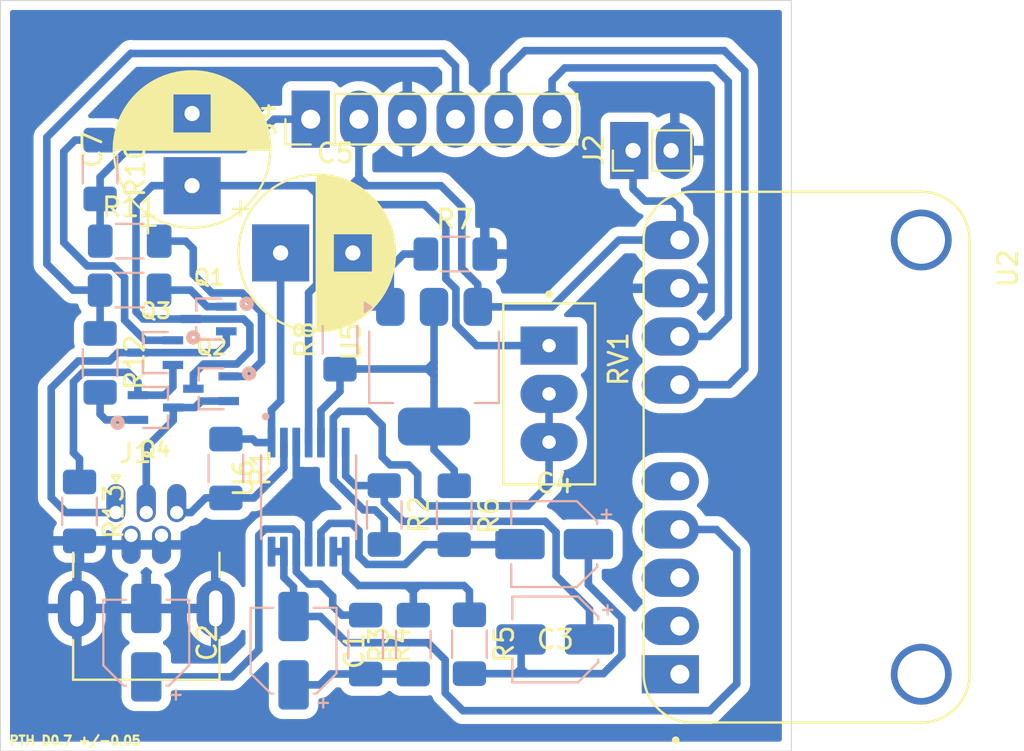
<source format=kicad_pcb>
(kicad_pcb (version 20240108) (generator "pcbnew") (generator_version "8.0")
  (layers (0 "F.Cu" signal) (31 "B.Cu" signal) (34 "B.Paste" user) (35 "F.Paste" user) (36 "B.SilkS" user "B.Silkscreen") (37 "F.SilkS" user "F.Silkscreen") (38 "B.Mask" user) (39 "F.Mask" user) (44 "Edge.Cuts" user))
  (net 0 "")
  (net 1 "/4IN-")
  (net 2 "Net-(C1-Pad1)")
  (net 3 "/4IN+")
  (net 4 "GND")
  (net 5 "Net-(C3-Pad2)")
  (net 6 "/2OUT")
  (net 7 "/3IN+")
  (net 8 "Net-(C5-Pad2)")
  (net 9 "/1OUT")
  (net 10 "/VCC")
  (net 11 "/USB3")
  (net 12 "/1IN-")
  (net 13 "/USB2")
  (net 14 "/2IN-")
  (net 15 "/3IN-")
  (net 16 "/2IN+")
  (net 17 "Net-(U5-ADJ)")
  (net 18 "Net-(Q1-B)")
  (net 19 "Net-(Q3-B)")
  (net 20 "Net-(Q2-B)")
  (net 21 "Net-(Q4-B)")
  (net 22 "Net-(Q3-E)")
  (net 23 "/SDA")
  (net 24 "/SCL")
  (net 29 "/Pin2")
  (net 30 "/Pin1")
  (footprint "Capacitor_THT:CP_Radial_D8.0mm_P3.80mm" (layer "F.Cu") (at 104.408674 82.67)
    (property "Reference" "C5" (at 2.875 -5.25 0) (layer "F.SilkS"))
    (property "Value" "1000u")
    (pad "1" thru_hole rect (at 0 0) (size 3 3) (drill 0.8) (layers "*.Cu" "*.Mask") (net 9 "/1OUT"))
    (pad "2" thru_hole circle (at 3.8 0) (size 3 3) (drill 0.8) (layers "*.Cu" "*.Mask") (net 8 "Net-(C5-Pad2)"))
  )
  (footprint "Capacitor_THT:CP_Radial_D8.0mm_P3.80mm" (layer "F.Cu") (at 99.75 79.13 90)
    (property "Reference" "C7" (at 1.9 -5.25 90) (layer "F.SilkS"))
    (property "Value" "1000u")
    (pad "1" thru_hole rect (at 0 0 90) (size 3 3) (drill 0.8) (layers "*.Cu" "*.Mask") (net 10 "/VCC"))
    (pad "2" thru_hole circle (at 3.8 0 90) (size 3 3) (drill 0.8) (layers "*.Cu" "*.Mask") (net 4 "GND"))
  )
  (footprint "Footprints:TRIM_3296W-1-103" (layer "F.Cu") (at 118.531325 90.09 -90)
    (property "Reference" "RV1" (at -1.83284 -3.65058 90) (layer "F.SilkS") (effects (font (size 1.004283 1.004283))))
    (property "Value" "1k")
    (pad "1" thru_hole rect (at -2.54 0 270) (size 2 3) (drill 0.71) (layers "*.Cu" "*.Mask") (net 8 "Net-(C5-Pad2)"))
    (pad "2" thru_hole oval (at 0 0 270) (size 2 3) (drill 0.71) (layers "*.Cu" "*.Mask") (net 14 "/2IN-"))
    (pad "3" thru_hole oval (at 2.54 0 270) (size 2 3) (drill 0.71) (layers "*.Cu" "*.Mask") (net 14 "/2IN-"))
  )
  (footprint "Footprints:miniUSB-B-20" (layer "F.Cu") (at 97.341325 96.33925)
    (property "Reference" "J1" (at -0.575 -3.135 0) (layer "F.SilkS"))
    (property "Value" "USB_B_Mini")
    (fp_text user "PTH D0.7 +/-0.05" (at -3.75 12 0) (layer "F.SilkS") (effects (font (size 0.472441 0.472441))))
    (pad "1" thru_hole oval (at 1.6 0) (size 1 2) (drill 0.7 (offset 0 -0.5)) (layers "*.Cu" "*.Mask") (net 12 "/1IN-"))
    (pad "2" thru_hole oval (at -1.6 0) (size 1 2) (drill 0.7 (offset 0 -0.5)) (layers "*.Cu" "*.Mask") (net 11 "/USB3"))
    (pad "2" thru_hole oval (at 0 0) (size 1 2) (drill 0.7 (offset 0 -0.5)) (layers "*.Cu" "*.Mask") (net 11 "/USB3"))
    (pad "4" thru_hole oval (at -0.8 1.2) (size 1 2) (drill 0.7 (offset 0 0.5)) (layers "*.Cu" "*.Mask") (net 4 "GND"))
    (pad "5" thru_hole oval (at 0.8 1.2) (size 1 2) (drill 0.7 (offset 0 0.5)) (layers "*.Cu" "*.Mask") (net 4 "GND"))
    (pad "6" thru_hole oval (at -3.65 5.05) (size 2 3) (drill oval 0.7 1.9) (layers "*.Cu") (net 4 "GND"))
    (pad "6" thru_hole oval (at 3.65 5.05) (size 2 3) (drill oval 0.7 1.9) (layers "*.Cu") (net 4 "GND"))
  )
  (footprint "Connector_PinHeader_2.54mm:PinHeader_1x06_P2.54mm_Vertical" (layer "F.Cu") (at 105.99 75.63 90)
    (property "Reference" "J4" (at 0 -2.33 90) (layer "F.SilkS"))
    (property "Value" "ESP32")
    (pad "1" thru_hole rect (at 0 0 90) (size 3 2) (drill 1) (layers "*.Cu" "*.Mask") (net 29 "/Pin2"))
    (pad "2" thru_hole oval (at 0 2.54 90) (size 3 2) (drill 1) (layers "*.Cu" "*.Mask") (net 10 "/VCC"))
    (pad "3" thru_hole oval (at 0 5.08 90) (size 3 2) (drill 1) (layers "*.Cu" "*.Mask") (net 4 "GND"))
    (pad "4" thru_hole oval (at 0 7.62 90) (size 3 2) (drill 1) (layers "*.Cu" "*.Mask") (net 30 "/Pin1"))
    (pad "5" thru_hole oval (at 0 10.16 90) (size 3 2) (drill 1) (layers "*.Cu" "*.Mask") (net 23 "/SDA"))
    (pad "6" thru_hole oval (at 0 12.7 90) (size 3 2) (drill 1) (layers "*.Cu" "*.Mask") (net 24 "/SCL"))
  )
  (footprint "Connector_PinHeader_2.00mm:PinHeader_1x02_P2.00mm_Vertical" (layer "F.Cu") (at 122.95 77.28 90)
    (property "Reference" "J2" (at 0 -2.06 90) (layer "F.SilkS"))
    (property "Value" "Battery")
    (pad "1" thru_hole rect (at 0 0 90) (size 3 2) (drill 0.8 (offset 0 -0.2)) (layers "*.Cu" "*.Mask") (net 10 "/VCC"))
    (pad "2" thru_hole oval (at 0 2 90) (size 3 2) (drill 0.8 (offset 0 0.2)) (layers "*.Cu" "*.Mask") (net 4 "GND"))
  )
  (footprint "Footprints:MODULE_ZC261500" (layer "F.Cu") (at 132.08 93.4215 -90)
    (property "Reference" "U2" (at -9.936325 -10.595 90) (layer "F.SilkS"))
    (property "Value" "ZC261500")
    (pad "1" thru_hole rect (at 11.43 6.6675 270) (size 2 3) (drill 1 (offset 0 0.5)) (layers "*.Cu" "*.Mask"))
    (pad "2" thru_hole oval (at 8.89 6.6675 270) (size 2 3) (drill 1 (offset 0 0.5)) (layers "*.Cu" "*.Mask"))
    (pad "3" thru_hole oval (at 6.35 6.6675 270) (size 2 3) (drill 1 (offset 0 0.5)) (layers "*.Cu" "*.Mask"))
    (pad "4" thru_hole oval (at 3.81 6.6675 270) (size 2 3) (drill 1 (offset 0 0.5)) (layers "*.Cu" "*.Mask") (net 1 "/4IN-"))
    (pad "5" thru_hole oval (at 1.27 6.6675 270) (size 2 3) (drill 1 (offset 0 0.5)) (layers "*.Cu" "*.Mask"))
    (pad "7" thru_hole oval (at -3.81 6.6675 270) (size 2 3) (drill 1 (offset 0 0.5)) (layers "*.Cu" "*.Mask") (net 23 "/SDA"))
    (pad "8" thru_hole oval (at -6.35 6.6675 270) (size 2 3) (drill 1 (offset 0 0.5)) (layers "*.Cu" "*.Mask") (net 24 "/SCL"))
    (pad "9" thru_hole oval (at -8.89 6.6675 270) (size 2 3) (drill 1 (offset 0 0.5)) (layers "*.Cu" "*.Mask") (net 4 "GND"))
    (pad "10" thru_hole oval (at -11.43 6.6675 270) (size 2 3) (drill 1 (offset 0 0.5)) (layers "*.Cu" "*.Mask") (net 10 "/VCC"))
    (pad "P1" thru_hole circle (at -11.43 -6.0325 270) (size 3.2 3.2) (drill 2.5) (layers "*.Cu" "*.Mask"))
    (pad "P2" thru_hole circle (at 11.43 -6.0325 270) (size 3.2 3.2) (drill 2.5) (layers "*.Cu" "*.Mask"))
  )
  (footprint "Resistor_SMD:R_1206_3216Metric_Pad1.30x1.75mm_HandSolder" (layer "B.Cu") (at 113.601325 82.73 180)
    (property "Reference" "R7" (at 0.029058 1.82 0) (layer "F.SilkS"))
    (property "Value" "100")
    (pad "1" smd roundrect (at -1.55 0 180) (size 1.3 1.75) (layers "B.Cu" "B.Paste" "B.Mask") (roundrect_rratio 0.192308) (net 4 "GND"))
    (pad "2" smd roundrect (at 1.55 0 180) (size 1.3 1.75) (layers "B.Cu" "B.Paste" "B.Mask") (roundrect_rratio 0.192308) (net 17 "Net-(U5-ADJ)"))
  )
  (footprint "Resistor_SMD:R_1206_3216Metric_Pad1.30x1.75mm_HandSolder" (layer "B.Cu") (at 113.541325 96.47925 90)
    (property "Reference" "R6" (at -0.029058 1.82 90) (layer "F.SilkS"))
    (property "Value" "150k")
    (pad "1" smd roundrect (at -1.55 0 90) (size 1.3 1.75) (layers "B.Cu" "B.Paste" "B.Mask") (roundrect_rratio 0.192308) (net 7 "/3IN+"))
    (pad "2" smd roundrect (at 1.55 0 90) (size 1.3 1.75) (layers "B.Cu" "B.Paste" "B.Mask") (roundrect_rratio 0.192308) (net 16 "/2IN+"))
  )
  (footprint "Capacitor_SMD:CP_Elec_4x3" (layer "B.Cu") (at 105.09 103.61 90)
    (property "Reference" "C1" (at 0 3.2 90) (layer "F.SilkS"))
    (property "Value" "10u")
    (pad "1" smd roundrect (at -1.8 0 90) (size 2.6 1.6) (layers "B.Cu" "B.Paste" "B.Mask") (roundrect_rratio 0.15625) (net 2 "Net-(C1-Pad1)"))
    (pad "2" smd roundrect (at 1.8 0 90) (size 2.6 1.6) (layers "B.Cu" "B.Paste" "B.Mask") (roundrect_rratio 0.15625) (net 1 "/4IN-"))
  )
  (footprint "Package_TO_SOT_SMD:SOT-223-3_TabPin2" (layer "B.Cu") (at 112.480383 88.66075 -90)
    (property "Reference" "U5" (at -1.32 4.3525 90) (layer "F.SilkS"))
    (property "Value" "LM317EMP")
    (pad "1" smd roundrect (at -3.15 2.3 270) (size 2 1.5) (layers "B.Cu" "B.Paste" "B.Mask") (net 17 "Net-(U5-ADJ)"))
    (pad "2" smd roundrect (at -3.15 0 270) (size 2 1.5) (layers "B.Cu" "B.Paste" "B.Mask") (net 16 "/2IN+"))
    (pad "2" smd roundrect (at 3.15 0 270) (size 2 3.8) (layers "B.Cu" "B.Paste" "B.Mask") (net 16 "/2IN+"))
    (pad "3" smd roundrect (at -3.15 -2.3 270) (size 2 1.5) (layers "B.Cu" "B.Paste" "B.Mask") (net 10 "/VCC"))
  )
  (footprint "Footprints:BJT-NPN-SMD" (layer "B.Cu") (at 100.748825 89.81925 180)
    (property "Reference" "Q2" (at -0.027028 2.19475 0) (layer "F.SilkS") (effects (font (size 0.804031 0.804031))))
    (property "Value" "2N3055" (hide yes))
    (pad "1" smd rect (at -0.93 0.65 180) (size 1.08 0.43) (layers "B.Cu" "B.Paste" "B.Mask") (net 20 "Net-(Q2-B)"))
    (pad "2" smd rect (at -0.93 -0.65 180) (size 1.08 0.43) (layers "B.Cu" "B.Paste" "B.Mask") (net 11 "/USB3"))
    (pad "3" smd rect (at 0.93 0 180) (size 1.08 0.43) (layers "B.Cu" "B.Paste" "B.Mask") (net 10 "/VCC"))
  )
  (footprint "Resistor_SMD:R_1206_3216Metric_Pad1.30x1.75mm_HandSolder" (layer "B.Cu") (at 93.83 96.28 90)
    (property "Reference" "R13" (at 0 1.790942 90) (layer "F.SilkS"))
    (property "Value" "120")
    (pad "1" smd roundrect (at -1.55 0 90) (size 1.3 1.75) (layers "B.Cu" "B.Paste" "B.Mask") (roundrect_rratio 0.192308) (net 4 "GND"))
    (pad "2" smd roundrect (at 1.55 0 90) (size 1.3 1.75) (layers "B.Cu" "B.Paste" "B.Mask") (roundrect_rratio 0.192308) (net 22 "Net-(Q3-E)"))
  )
  (footprint "Capacitor_SMD:CP_Elec_4x3" (layer "B.Cu") (at 118.801325 98 180)
    (property "Reference" "C4" (at 0 3.2 0) (layer "F.SilkS"))
    (property "Value" "10u")
    (pad "1" smd roundrect (at -1.8 0 180) (size 2.6 1.6) (layers "B.Cu" "B.Paste" "B.Mask") (roundrect_rratio 0.15625) (net 5 "Net-(C3-Pad2)"))
    (pad "2" smd roundrect (at 1.8 0 180) (size 2.6 1.6) (layers "B.Cu" "B.Paste" "B.Mask") (roundrect_rratio 0.15625) (net 7 "/3IN+"))
  )
  (footprint "Resistor_SMD:R_1206_3216Metric_Pad1.30x1.75mm_HandSolder" (layer "B.Cu") (at 96.47 82.05 180)
    (property "Reference" "R11" (at 0 1.790942 0) (layer "F.SilkS"))
    (property "Value" "56")
    (pad "1" smd roundrect (at -1.55 0 180) (size 1.3 1.75) (layers "B.Cu" "B.Paste" "B.Mask") (roundrect_rratio 0.192308) (net 20 "Net-(Q2-B)"))
    (pad "2" smd roundrect (at 1.55 0 180) (size 1.3 1.75) (layers "B.Cu" "B.Paste" "B.Mask") (roundrect_rratio 0.192308) (net 29 "/Pin2"))
  )
  (footprint "Resistor_SMD:R_1206_3216Metric_Pad1.30x1.75mm_HandSolder" (layer "B.Cu") (at 109.861325 96.46925 90)
    (property "Reference" "R2" (at 0.029058 1.82 90) (layer "F.SilkS"))
    (property "Value" "18k")
    (pad "1" smd roundrect (at -1.55 0 90) (size 1.3 1.75) (layers "B.Cu" "B.Paste" "B.Mask") (roundrect_rratio 0.192308) (net 14 "/2IN-"))
    (pad "2" smd roundrect (at 1.55 0 90) (size 1.3 1.75) (layers "B.Cu" "B.Paste" "B.Mask") (roundrect_rratio 0.192308) (net 6 "/2OUT"))
  )
  (footprint "Resistor_SMD:R_1206_3216Metric_Pad1.30x1.75mm_HandSolder" (layer "B.Cu") (at 107.531325 87.24 -90)
    (property "Reference" "R8" (at 0 1.849058 90) (layer "F.SilkS"))
    (property "Value" "100")
    (pad "1" smd roundrect (at -1.55 0 270) (size 1.3 1.75) (layers "B.Cu" "B.Paste" "B.Mask") (roundrect_rratio 0.192308) (net 17 "Net-(U5-ADJ)"))
    (pad "2" smd roundrect (at 1.55 0 270) (size 1.3 1.75) (layers "B.Cu" "B.Paste" "B.Mask") (roundrect_rratio 0.192308) (net 16 "/2IN+"))
  )
  (footprint "Capacitor_SMD:CP_Elec_4x3" (layer "B.Cu") (at 97.34 103.19 90)
    (property "Reference" "C2" (at 0 3.2 90) (layer "F.SilkS"))
    (property "Value" "10u")
    (pad "1" smd roundrect (at -1.8 0 90) (size 2.6 1.6) (layers "B.Cu" "B.Paste" "B.Mask") (roundrect_rratio 0.15625) (net 3 "/4IN+"))
    (pad "2" smd roundrect (at 1.8 0 90) (size 2.6 1.6) (layers "B.Cu" "B.Paste" "B.Mask") (roundrect_rratio 0.15625) (net 4 "GND"))
  )
  (footprint "Resistor_SMD:R_1206_3216Metric_Pad1.30x1.75mm_HandSolder" (layer "B.Cu") (at 101.53 94.02 90)
    (property "Reference" "R1" (at 0.029058 1.82 90) (layer "F.SilkS"))
    (property "Value" "390k")
    (pad "1" smd roundrect (at -1.55 0 90) (size 1.3 1.75) (layers "B.Cu" "B.Paste" "B.Mask") (roundrect_rratio 0.192308) (net 12 "/1IN-"))
    (pad "2" smd roundrect (at 1.55 0 90) (size 1.3 1.75) (layers "B.Cu" "B.Paste" "B.Mask") (roundrect_rratio 0.192308) (net 9 "/1OUT"))
  )
  (footprint "Footprints:BJT-NPN-SMD" (layer "B.Cu") (at 97.831325 90.80925)
    (property "Reference" "Q4" (at -0.027028 2.19475 0) (layer "F.SilkS") (effects (font (size 0.804031 0.804031))))
    (property "Value" "2N3055" (hide yes))
    (pad "1" smd rect (at -0.93 0.65) (size 1.08 0.43) (layers "B.Cu" "B.Paste" "B.Mask") (net 21 "Net-(Q4-B)"))
    (pad "2" smd rect (at -0.93 -0.65) (size 1.08 0.43) (layers "B.Cu" "B.Paste" "B.Mask") (net 22 "Net-(Q3-E)"))
    (pad "3" smd rect (at 0.93 0) (size 1.08 0.43) (layers "B.Cu" "B.Paste" "B.Mask") (net 11 "/USB3"))
  )
  (footprint "Footprints:BJT-NPN-SMD" (layer "B.Cu") (at 100.621325 86.14925 180)
    (property "Reference" "Q1" (at -0.027028 2.19475 0) (layer "F.SilkS") (effects (font (size 0.804031 0.804031))))
    (property "Value" "2N3055" (hide yes))
    (pad "1" smd rect (at -0.93 0.65 180) (size 1.08 0.43) (layers "B.Cu" "B.Paste" "B.Mask") (net 18 "Net-(Q1-B)"))
    (pad "2" smd rect (at -0.93 -0.65 180) (size 1.08 0.43) (layers "B.Cu" "B.Paste" "B.Mask") (net 13 "/USB2"))
    (pad "3" smd rect (at 0.93 0 180) (size 1.08 0.43) (layers "B.Cu" "B.Paste" "B.Mask") (net 10 "/VCC"))
  )
  (footprint "Resistor_SMD:R_1206_3216Metric_Pad1.30x1.75mm_HandSolder" (layer "B.Cu") (at 94.911325 78.27925 90)
    (property "Reference" "R10" (at 0 1.849058 90) (layer "F.SilkS"))
    (property "Value" "270")
    (pad "1" smd roundrect (at -1.55 0 90) (size 1.3 1.75) (layers "B.Cu" "B.Paste" "B.Mask") (roundrect_rratio 0.192308) (net 29 "/Pin2"))
    (pad "2" smd roundrect (at 1.55 0 90) (size 1.3 1.75) (layers "B.Cu" "B.Paste" "B.Mask") (roundrect_rratio 0.192308) (net 19 "Net-(Q3-B)"))
  )
  (footprint "Capacitor_SMD:CP_Elec_4x3" (layer "B.Cu") (at 118.861325 103.02 180)
    (property "Reference" "C3" (at 0 0 0) (layer "F.SilkS"))
    (property "Value" "10u")
    (pad "1" smd roundrect (at -1.8 0 180) (size 2.6 1.6) (layers "B.Cu" "B.Paste" "B.Mask") (roundrect_rratio 0.15625) (net 6 "/2OUT"))
    (pad "2" smd roundrect (at 1.8 0 180) (size 2.6 1.6) (layers "B.Cu" "B.Paste" "B.Mask") (roundrect_rratio 0.15625) (net 5 "Net-(C3-Pad2)"))
  )
  (footprint "Resistor_SMD:R_1206_3216Metric_Pad1.30x1.75mm_HandSolder" (layer "B.Cu") (at 111.391325 103.28925 -90)
    (property "Reference" "R3" (at 0.029058 1.82 90) (layer "F.SilkS"))
    (property "Value" "1.5k")
    (pad "1" smd roundrect (at -1.55 0 270) (size 1.3 1.75) (layers "B.Cu" "B.Paste" "B.Mask") (roundrect_rratio 0.192308) (net 15 "/3IN-"))
    (pad "2" smd roundrect (at 1.55 0 270) (size 1.3 1.75) (layers "B.Cu" "B.Paste" "B.Mask") (roundrect_rratio 0.192308) (net 2 "Net-(C1-Pad1)"))
  )
  (footprint "Resistor_SMD:R_1206_3216Metric_Pad1.30x1.75mm_HandSolder" (layer "B.Cu") (at 96.461325 84.62925)
    (property "Reference" "R9" (hide yes))
    (property "Value" "56")
    (pad "1" smd roundrect (at -1.55 0) (size 1.3 1.75) (layers "B.Cu" "B.Paste" "B.Mask") (roundrect_rratio 0.192308) (net 30 "/Pin1"))
    (pad "2" smd roundrect (at 1.55 0) (size 1.3 1.75) (layers "B.Cu" "B.Paste" "B.Mask") (roundrect_rratio 0.192308) (net 18 "Net-(Q1-B)"))
  )
  (footprint "Resistor_SMD:R_1206_3216Metric_Pad1.30x1.75mm_HandSolder" (layer "B.Cu") (at 108.881325 103.28925 90)
    (property "Reference" "R4" (at -0.029058 1.82 90) (layer "F.SilkS"))
    (property "Value" "1.5k")
    (pad "1" smd roundrect (at -1.55 0 90) (size 1.3 1.75) (layers "B.Cu" "B.Paste" "B.Mask") (roundrect_rratio 0.192308) (net 2 "Net-(C1-Pad1)"))
    (pad "2" smd roundrect (at 1.55 0 90) (size 1.3 1.75) (layers "B.Cu" "B.Paste" "B.Mask") (roundrect_rratio 0.192308) (net 3 "/4IN+"))
  )
  (footprint "Footprints:BJT-NPN-SMD" (layer "B.Cu") (at 97.811325 87.91925 180)
    (property "Reference" "Q3" (at -0.027028 2.19475 0) (layer "F.SilkS") (effects (font (size 0.804031 0.804031))))
    (property "Value" "2N3055" (hide yes))
    (pad "1" smd rect (at -0.93 0.65 180) (size 1.08 0.43) (layers "B.Cu" "B.Paste" "B.Mask") (net 19 "Net-(Q3-B)"))
    (pad "2" smd rect (at -0.93 -0.65 180) (size 1.08 0.43) (layers "B.Cu" "B.Paste" "B.Mask") (net 22 "Net-(Q3-E)"))
    (pad "3" smd rect (at 0.93 0 180) (size 1.08 0.43) (layers "B.Cu" "B.Paste" "B.Mask") (net 13 "/USB2"))
  )
  (footprint "Resistor_SMD:R_1206_3216Metric_Pad1.30x1.75mm_HandSolder" (layer "B.Cu") (at 94.911325 88.45925 90)
    (property "Reference" "R12" (at 0.029058 1.82 90) (layer "F.SilkS"))
    (property "Value" "270")
    (pad "1" smd roundrect (at -1.55 0 90) (size 1.3 1.75) (layers "B.Cu" "B.Paste" "B.Mask") (roundrect_rratio 0.192308) (net 21 "Net-(Q4-B)"))
    (pad "2" smd roundrect (at 1.55 0 90) (size 1.3 1.75) (layers "B.Cu" "B.Paste" "B.Mask") (roundrect_rratio 0.192308) (net 30 "/Pin1"))
  )
  (footprint "Resistor_SMD:R_1206_3216Metric_Pad1.30x1.75mm_HandSolder" (layer "B.Cu") (at 114.341325 103.27 90)
    (property "Reference" "R5" (at 0 1.82 90) (layer "F.SilkS"))
    (property "Value" "150k")
    (pad "1" smd roundrect (at -1.55 0 90) (size 1.3 1.75) (layers "B.Cu" "B.Paste" "B.Mask") (roundrect_rratio 0.192308) (net 5 "Net-(C3-Pad2)"))
    (pad "2" smd roundrect (at 1.55 0 90) (size 1.3 1.75) (layers "B.Cu" "B.Paste" "B.Mask") (roundrect_rratio 0.192308) (net 15 "/3IN-"))
  )
  (footprint "Footprints:opamp-TLV2374IPWR" (layer "B.Cu") (at 105.881325 95.52425 -90)
    (property "Reference" "U6" (at -0.995322 3.435 90) (layer "F.SilkS"))
    (property "Value" "TLV2374IPWR")
    (pad "1" smd roundrect (at -2.87 1.95 270) (size 1.57 0.41) (layers "B.Cu" "B.Paste" "B.Mask") (roundrect_rratio 0.125) (net 9 "/1OUT"))
    (pad "2" smd roundrect (at -2.87 1.3 270) (size 1.57 0.41) (layers "B.Cu" "B.Paste" "B.Mask") (roundrect_rratio 0.125) (net 12 "/1IN-"))
    (pad "3" smd roundrect (at -2.87 0.65 270) (size 1.57 0.41) (layers "B.Cu" "B.Paste" "B.Mask") (roundrect_rratio 0.125) (net 4 "GND"))
    (pad "4" smd roundrect (at -2.87 0 270) (size 1.57 0.41) (layers "B.Cu" "B.Paste" "B.Mask") (roundrect_rratio 0.125) (net 10 "/VCC"))
    (pad "5" smd roundrect (at -2.87 -0.65 270) (size 1.57 0.41) (layers "B.Cu" "B.Paste" "B.Mask") (roundrect_rratio 0.125) (net 16 "/2IN+"))
    (pad "6" smd roundrect (at -2.87 -1.3 270) (size 1.57 0.41) (layers "B.Cu" "B.Paste" "B.Mask") (roundrect_rratio 0.125) (net 14 "/2IN-"))
    (pad "7" smd roundrect (at -2.87 -1.95 270) (size 1.57 0.41) (layers "B.Cu" "B.Paste" "B.Mask") (roundrect_rratio 0.125) (net 6 "/2OUT"))
    (pad "8" smd roundrect (at 2.87 -1.95 270) (size 1.57 0.41) (layers "B.Cu" "B.Paste" "B.Mask") (roundrect_rratio 0.125) (net 15 "/3IN-"))
    (pad "9" smd roundrect (at 2.87 -1.3 270) (size 1.57 0.41) (layers "B.Cu" "B.Paste" "B.Mask") (roundrect_rratio 0.125) (net 15 "/3IN-"))
    (pad "10" smd roundrect (at 2.87 -0.65 270) (size 1.57 0.41) (layers "B.Cu" "B.Paste" "B.Mask") (roundrect_rratio 0.125) (net 7 "/3IN+"))
    (pad "11" smd roundrect (at 2.87 0 270) (size 1.57 0.41) (layers "B.Cu" "B.Paste" "B.Mask") (roundrect_rratio 0.125) (net 4 "GND"))
    (pad "12" smd roundrect (at 2.87 0.65 270) (size 1.57 0.41) (layers "B.Cu" "B.Paste" "B.Mask") (roundrect_rratio 0.125) (net 3 "/4IN+"))
    (pad "13" smd roundrect (at 2.87 1.3 270) (size 1.57 0.41) (layers "B.Cu" "B.Paste" "B.Mask") (roundrect_rratio 0.125) (net 1 "/4IN-"))
    (pad "14" smd roundrect (at 2.87 1.95 270) (size 1.57 0.41) (layers "B.Cu" "B.Paste" "B.Mask") (roundrect_rratio 0.125) (net 1 "/4IN-"))
  )
  (gr_rect (start 89.67 69.38) (end 131.28 108.9) (stroke (width 0.05)) (fill none) (layer "Edge.Cuts"))
  (segment (start 105.09 100.26) (end 105.09 101.81) (width 0.4) (layer "B.Cu") (net 1))
  (segment (start 105.09 101.81) (end 106.5 101.81) (width 0.4) (layer "B.Cu") (net 1))
  (segment (start 114 106.77) (end 126.99 106.77) (width 0.4) (layer "B.Cu") (net 1))
  (segment (start 107.88 103.19) (end 112.16 103.19) (width 0.4) (layer "B.Cu") (net 1))
  (segment (start 106.5 101.81) (end 107.88 103.19) (width 0.4) (layer "B.Cu") (net 1))
  (segment (start 126.99 106.77) (end 128.41 105.35) (width 0.4) (layer "B.Cu") (net 1))
  (segment (start 104.581325 99.751325) (end 105.09 100.26) (width 0.4) (layer "B.Cu") (net 1))
  (segment (start 112.16 103.19) (end 113.066325 104.096325) (width 0.4) (layer "B.Cu") (net 1))
  (segment (start 103.931325 98.39425) (end 104.581325 98.39425) (width 0.4) (layer "B.Cu") (net 1))
  (segment (start 128.41 98.31) (end 127.3315 97.2315) (width 0.4) (layer "B.Cu") (net 1))
  (segment (start 128.41 105.35) (end 128.41 98.31) (width 0.4) (layer "B.Cu") (net 1))
  (segment (start 127.3315 97.2315) (end 125.4125 97.2315) (width 0.4) (layer "B.Cu") (net 1))
  (segment (start 113.066325 104.096325) (end 113.066325 105.836325) (width 0.4) (layer "B.Cu") (net 1))
  (segment (start 104.581325 98.39425) (end 104.581325 99.751325) (width 0.4) (layer "B.Cu") (net 1))
  (segment (start 113.066325 105.836325) (end 114 106.77) (width 0.4) (layer "B.Cu") (net 1))
  (segment (start 105.09 105.41) (end 106.47 105.41) (width 0.4) (layer "B.Cu") (net 2))
  (segment (start 107.04075 104.83925) (end 108.881325 104.83925) (width 0.4) (layer "B.Cu") (net 2))
  (segment (start 108.881325 104.83925) (end 111.391325 104.83925) (width 0.4) (layer "B.Cu") (net 2))
  (segment (start 106.47 105.41) (end 107.04075 104.83925) (width 0.4) (layer "B.Cu") (net 2))
  (segment (start 107.15 101.25) (end 107.63925 101.73925) (width 0.4) (layer "B.Cu") (net 3))
  (segment (start 97.34 104.99) (end 101.84 104.99) (width 0.4) (layer "B.Cu") (net 3))
  (segment (start 103.589241 97.20925) (end 105.05925 97.20925) (width 0.4) (layer "B.Cu") (net 3))
  (segment (start 103.26 103.57) (end 103.26 97.538491) (width 0.4) (layer "B.Cu") (net 3))
  (segment (start 105.231325 97.381325) (end 105.231325 98.39425) (width 0.4) (layer "B.Cu") (net 3))
  (segment (start 107.15 100.76) (end 107.15 101.25) (width 0.4) (layer "B.Cu") (net 3))
  (segment (start 103.26 97.538491) (end 103.589241 97.20925) (width 0.4) (layer "B.Cu") (net 3))
  (segment (start 106.49 100.1) (end 107.15 100.76) (width 0.4) (layer "B.Cu") (net 3))
  (segment (start 101.84 104.99) (end 103.26 103.57) (width 0.4) (layer "B.Cu") (net 3))
  (segment (start 105.05925 97.20925) (end 105.231325 97.381325) (width 0.4) (layer "B.Cu") (net 3))
  (segment (start 105.88 100.1) (end 106.49 100.1) (width 0.4) (layer "B.Cu") (net 3))
  (segment (start 107.63925 101.73925) (end 108.881325 101.73925) (width 0.4) (layer "B.Cu") (net 3))
  (segment (start 105.231325 98.39425) (end 105.231325 99.451325) (width 0.4) (layer "B.Cu") (net 3))
  (segment (start 105.231325 99.451325) (end 105.88 100.1) (width 0.4) (layer "B.Cu") (net 3))
  (segment (start 105.881325 96.001325) (end 105.881325 98.39425) (width 0.4) (layer "B.Cu") (net 4))
  (segment (start 105.231325 92.65425) (end 105.231325 95.351325) (width 0.4) (layer "B.Cu") (net 4))
  (segment (start 105.231325 95.351325) (end 105.881325 96.001325) (width 0.4) (layer "B.Cu") (net 4))
  (segment (start 116.791325 104.82) (end 117.331325 104.82) (width 0.4) (layer "B.Cu") (net 5))
  (segment (start 117.061325 104.55) (end 117.331325 104.82) (width 0.4) (layer "B.Cu") (net 5))
  (segment (start 117.061325 104.55) (end 116.791325 104.82) (width 0.4) (layer "B.Cu") (net 5))
  (segment (start 120.591325 100.13) (end 120.601325 100.12) (width 0.4) (layer "B.Cu") (net 5))
  (segment (start 122.361325 101.9) (end 120.591325 100.13) (width 0.4) (layer "B.Cu") (net 5))
  (segment (start 114.341325 104.82) (end 116.791325 104.82) (width 0.4) (layer "B.Cu") (net 5))
  (segment (start 122.361325 103.846166) (end 122.361325 101.9) (width 0.4) (layer "B.Cu") (net 5))
  (segment (start 117.061325 103.02) (end 117.061325 104.55) (width 0.4) (layer "B.Cu") (net 5))
  (segment (start 121.387491 104.82) (end 122.361325 103.846166) (width 0.4) (layer "B.Cu") (net 5))
  (segment (start 120.601325 100.12) (end 120.601325 98) (width 0.4) (layer "B.Cu") (net 5))
  (segment (start 117.331325 104.82) (end 121.387491 104.82) (width 0.4) (layer "B.Cu") (net 5))
  (segment (start 108.341325 94.91925) (end 109.861325 94.91925) (width 0.4) (layer "B.Cu") (net 6))
  (segment (start 120.661325 101.43) (end 120.661325 103.02) (width 0.4) (layer "B.Cu") (net 6))
  (segment (start 118.901325 99.67) (end 120.661325 101.43) (width 0.4) (layer "B.Cu") (net 6))
  (segment (start 109.861325 95.811325) (end 110.85 96.8) (width 0.4) (layer "B.Cu") (net 6))
  (segment (start 107.831325 92.65425) (end 107.831325 94.40925) (width 0.4) (layer "B.Cu") (net 6))
  (segment (start 118.327491 96.8) (end 118.901325 97.373834) (width 0.4) (layer "B.Cu") (net 6))
  (segment (start 107.831325 94.40925) (end 108.341325 94.91925) (width 0.4) (layer "B.Cu") (net 6))
  (segment (start 109.861325 94.91925) (end 109.861325 95.811325) (width 0.4) (layer "B.Cu") (net 6))
  (segment (start 110.85 96.8) (end 118.327491 96.8) (width 0.4) (layer "B.Cu") (net 6))
  (segment (start 118.901325 97.373834) (end 118.901325 99.67) (width 0.4) (layer "B.Cu") (net 6))
  (segment (start 108.531325 97.29925) (end 108.531325 98.640416) (width 0.4) (layer "B.Cu") (net 7))
  (segment (start 106.531325 97.36925) (end 106.991325 96.90925) (width 0.4) (layer "B.Cu") (net 7))
  (segment (start 110.951325 99.06925) (end 111.991325 98.02925) (width 0.4) (layer "B.Cu") (net 7))
  (segment (start 108.960159 99.06925) (end 110.951325 99.06925) (width 0.4) (layer "B.Cu") (net 7))
  (segment (start 108.141325 96.90925) (end 108.531325 97.29925) (width 0.4) (layer "B.Cu") (net 7))
  (segment (start 106.991325 96.90925) (end 108.141325 96.90925) (width 0.4) (layer "B.Cu") (net 7))
  (segment (start 113.541325 98.02925) (end 116.972075 98.02925) (width 0.4) (layer "B.Cu") (net 7))
  (segment (start 111.991325 98.02925) (end 113.541325 98.02925) (width 0.4) (layer "B.Cu") (net 7))
  (segment (start 116.972075 98.02925) (end 117.001325 98) (width 0.4) (layer "B.Cu") (net 7))
  (segment (start 106.531325 98.39425) (end 106.531325 97.36925) (width 0.4) (layer "B.Cu") (net 7))
  (segment (start 108.531325 98.640416) (end 108.960159 99.06925) (width 0.4) (layer "B.Cu") (net 7))
  (segment (start 108.208674 82.67) (end 108.208674 80.672651) (width 0.4) (layer "B.Cu") (net 8))
  (segment (start 111.98 80.13) (end 113.101325 81.251325) (width 0.4) (layer "B.Cu") (net 8))
  (segment (start 114.723617 87.55) (end 118.531325 87.55) (width 0.4) (layer "B.Cu") (net 8))
  (segment (start 113.101325 84.035676) (end 113.630383 84.564734) (width 0.4) (layer "B.Cu") (net 8))
  (segment (start 113.630383 84.564734) (end 113.630383 86.456766) (width 0.4) (layer "B.Cu") (net 8))
  (segment (start 108.751325 80.13) (end 111.98 80.13) (width 0.4) (layer "B.Cu") (net 8))
  (segment (start 113.630383 86.456766) (end 114.723617 87.55) (width 0.4) (layer "B.Cu") (net 8))
  (segment (start 113.101325 81.251325) (end 113.101325 84.035676) (width 0.4) (layer "B.Cu") (net 8))
  (segment (start 108.208674 80.672651) (end 108.751325 80.13) (width 0.4) (layer "B.Cu") (net 8))
  (segment (start 104.408674 82.67) (end 104.408674 90.452651) (width 0.4) (layer "B.Cu") (net 9))
  (segment (start 104.408674 90.452651) (end 103.921325 90.94) (width 0.4) (layer "B.Cu") (net 9))
  (segment (start 103.12425 92.65425) (end 103.931325 92.65425) (width 0.4) (layer "B.Cu") (net 9))
  (segment (start 103.917075 92.64) (end 103.931325 92.65425) (width 0.4) (layer "B.Cu") (net 9))
  (segment (start 103.921325 90.94) (end 103.931325 90.95) (width 0.4) (layer "B.Cu") (net 9))
  (segment (start 102.94 92.47) (end 103.12425 92.65425) (width 0.4) (layer "B.Cu") (net 9))
  (segment (start 101.53 92.47) (end 102.94 92.47) (width 0.4) (layer "B.Cu") (net 9))
  (segment (start 103.931325 90.95) (end 103.931325 92.65425) (width 0.4) (layer "B.Cu") (net 9))
  (segment (start 99.818825 89.81925) (end 99.818825 89.06175) (width 0.4) (layer "B.Cu") (net 10))
  (segment (start 105.881325 92.65425) (end 105.881325 84.77) (width 0.4) (layer "B.Cu") (net 10))
  (segment (start 108.53 78.49) (end 108.53 78.7) (width 0.4) (layer "B.Cu") (net 10))
  (segment (start 97.180575 86.14925) (end 96.801325 85.77) (width 0.4) (layer "B.Cu") (net 10))
  (segment (start 114.780383 84.320383) (end 114.780383 85.51075) (width 0.4) (layer "B.Cu") (net 10))
  (segment (start 125.4125 80.3325) (end 125.4125 81.9915) (width 0.4) (layer "B.Cu") (net 10))
  (segment (start 113.94 83.48) (end 114.780383 84.320383) (width 0.4) (layer "B.Cu") (net 10))
  (segment (start 122.95 77.28) (end 122.95 79.3) (width 0.4) (layer "B.Cu") (net 10))
  (segment (start 99.75 79.13) (end 105.95 79.13) (width 0.4) (layer "B.Cu") (net 10))
  (segment (start 114.780383 85.51075) (end 118.68925 85.51075) (width 0.4) (layer "B.Cu") (net 10))
  (segment (start 108.11 79.13) (end 108.96 79.13) (width 0.4) (layer "B.Cu") (net 10))
  (segment (start 99.691325 86.14925) (end 97.180575 86.14925) (width 0.4) (layer "B.Cu") (net 10))
  (segment (start 106.74 79.13) (end 108.11 79.13) (width 0.4) (layer "B.Cu") (net 10))
  (segment (start 97.66 79.13) (end 99.75 79.13) (width 0.4) (layer "B.Cu") (net 10))
  (segment (start 108.53 78.71) (end 108.11 79.13) (width 0.4) (layer "B.Cu") (net 10))
  (segment (start 125.02 79.94) (end 125.4125 80.3325) (width 0.4) (layer "B.Cu") (net 10))
  (segment (start 123.59 79.94) (end 125.02 79.94) (width 0.4) (layer "B.Cu") (net 10))
  (segment (start 102.101325 88.51925) (end 102.791325 87.82925) (width 0.4) (layer "B.Cu") (net 10))
  (segment (start 113.94 80.23) (end 113.94 83.48) (width 0.4) (layer "B.Cu") (net 10))
  (segment (start 105.881325 84.77) (end 106.308674 84.342651) (width 0.4) (layer "B.Cu") (net 10))
  (segment (start 102.791325 86.48425) (end 102.456325 86.14925) (width 0.4) (layer "B.Cu") (net 10))
  (segment (start 106.308674 84.342651) (end 106.308674 79.561326) (width 0.4) (layer "B.Cu") (net 10))
  (segment (start 122.95 79.3) (end 123.59 79.94) (width 0.4) (layer "B.Cu") (net 10))
  (segment (start 108.53 75.63) (end 108.53 78.49) (width 0.4) (layer "B.Cu") (net 10))
  (segment (start 96.801325 79.988675) (end 97.66 79.13) (width 0.4) (layer "B.Cu") (net 10))
  (segment (start 108.96 79.13) (end 112.84 79.13) (width 0.4) (layer "B.Cu") (net 10))
  (segment (start 105.95 79.13) (end 106.74 79.13) (width 0.4) (layer "B.Cu") (net 10))
  (segment (start 100.361325 88.51925) (end 102.101325 88.51925) (width 0.4) (layer "B.Cu") (net 10))
  (segment (start 102.791325 87.82925) (end 102.791325 86.48425) (width 0.4) (layer "B.Cu") (net 10))
  (segment (start 118.68925 85.51075) (end 122.2085 81.9915) (width 0.4) (layer "B.Cu") (net 10))
  (segment (start 108.53 78.49) (end 108.53 78.71) (width 0.4) (layer "B.Cu") (net 10))
  (segment (start 112.84 79.13) (end 113.94 80.23) (width 0.4) (layer "B.Cu") (net 10))
  (segment (start 105.877348 79.13) (end 105.68 79.13) (width 0.4) (layer "B.Cu") (net 10))
  (segment (start 106.308674 79.561326) (end 105.877348 79.13) (width 0.4) (layer "B.Cu") (net 10))
  (segment (start 102.456325 86.14925) (end 99.691325 86.14925) (width 0.4) (layer "B.Cu") (net 10))
  (segment (start 96.801325 85.77) (end 96.801325 79.988675) (width 0.4) (layer "B.Cu") (net 10))
  (segment (start 106.308674 79.561326) (end 106.74 79.13) (width 0.4) (layer "B.Cu") (net 10))
  (segment (start 108.53 78.7) (end 108.96 79.13) (width 0.4) (layer "B.Cu") (net 10))
  (segment (start 99.818825 89.06175) (end 100.361325 88.51925) (width 0.4) (layer "B.Cu") (net 10))
  (segment (start 122.2085 81.9915) (end 125.4125 81.9915) (width 0.4) (layer "B.Cu") (net 10))
  (segment (start 98.761325 90.80925) (end 99.901325 90.80925) (width 0.4) (layer "B.Cu") (net 11))
  (segment (start 100.241325 90.46925) (end 101.678825 90.46925) (width 0.4) (layer "B.Cu") (net 11))
  (segment (start 98.761325 90.80925) (end 98.761325 91.48925) (width 0.4) (layer "B.Cu") (net 11))
  (segment (start 98.761325 91.48925) (end 97.341325 92.90925) (width 0.4) (layer "B.Cu") (net 11))
  (segment (start 99.901325 90.80925) (end 100.241325 90.46925) (width 0.4) (layer "B.Cu") (net 11))
  (segment (start 97.341325 92.90925) (end 97.341325 96.33925) (width 0.4) (layer "B.Cu") (net 11))
  (segment (start 98.941325 96.33925) (end 99.69075 96.33925) (width 0.4) (layer "B.Cu") (net 12))
  (segment (start 104.581325 93.988675) (end 104.581325 92.65425) (width 0.4) (layer "B.Cu") (net 12))
  (segment (start 101.53 95.57) (end 103 95.57) (width 0.4) (layer "B.Cu") (net 12))
  (segment (start 99.69075 96.33925) (end 100.46 95.57) (width 0.4) (layer "B.Cu") (net 12))
  (segment (start 100.46 95.57) (end 101.53 95.57) (width 0.4) (layer "B.Cu") (net 12))
  (segment (start 103 95.57) (end 104.581325 93.988675) (width 0.4) (layer "B.Cu") (net 12))
  (segment (start 92.34 89.780881) (end 92.34 95.55) (width 0.4) (layer "B.Cu") (net 13))
  (segment (start 96.881325 87.91925) (end 101.121325 87.91925) (width 0.4) (layer "B.Cu") (net 13))
  (segment (start 101.551325 87.48925) (end 101.551325 86.79925) (width 0.4) (layer "B.Cu") (net 13))
  (segment (start 95.852491 87.91925) (end 95.412491 88.35925) (width 0.4) (layer "B.Cu") (net 13))
  (segment (start 92.34 95.55) (end 93.12925 96.33925) (width 0.4) (layer "B.Cu") (net 13))
  (segment (start 93.12925 96.33925) (end 95.741325 96.33925) (width 0.4) (layer "B.Cu") (net 13))
  (segment (start 95.412491 88.35925) (end 93.761631 88.35925) (width 0.4) (layer "B.Cu") (net 13))
  (segment (start 96.881325 87.91925) (end 95.852491 87.91925) (width 0.4) (layer "B.Cu") (net 13))
  (segment (start 93.761631 88.35925) (end 92.34 89.780881) (width 0.4) (layer "B.Cu") (net 13))
  (segment (start 101.121325 87.91925) (end 101.551325 87.48925) (width 0.4) (layer "B.Cu") (net 13))
  (segment (start 107.181325 94.607778) (end 108.772797 96.19925) (width 0.4) (layer "B.Cu") (net 14))
  (segment (start 107.181325 92.65425) (end 107.181325 91.35) (width 0.4) (layer "B.Cu") (net 14))
  (segment (start 117.391325 95.99) (end 118.531325 94.85) (width 0.4) (layer "B.Cu") (net 14))
  (segment (start 111.621325 95.61) (end 112.001325 95.99) (width 0.4) (layer "B.Cu") (net 14))
  (segment (start 109.011325 91.01) (end 109.751325 91.75) (width 0.4) (layer "B.Cu") (net 14))
  (segment (start 108.772797 96.19925) (end 109.371325 96.19925) (width 0.4) (layer "B.Cu") (net 14))
  (segment (start 112.001325 95.99) (end 117.391325 95.99) (width 0.4) (layer "B.Cu") (net 14))
  (segment (start 110.171325 93.83) (end 111.141325 93.83) (width 0.4) (layer "B.Cu") (net 14))
  (segment (start 111.141325 93.83) (end 111.621325 94.31) (width 0.4) (layer "B.Cu") (net 14))
  (segment (start 109.861325 96.68925) (end 109.861325 98.01925) (width 0.4) (layer "B.Cu") (net 14))
  (segment (start 111.621325 94.31) (end 111.621325 95.61) (width 0.4) (layer "B.Cu") (net 14))
  (segment (start 109.751325 91.75) (end 109.751325 93.41) (width 0.4) (layer "B.Cu") (net 14))
  (segment (start 107.181325 92.65425) (end 107.181325 94.607778) (width 0.4) (layer "B.Cu") (net 14))
  (segment (start 107.181325 91.35) (end 107.521325 91.01) (width 0.4) (layer "B.Cu") (net 14))
  (segment (start 118.531325 94.85) (end 118.531325 92.63) (width 0.4) (layer "B.Cu") (net 14))
  (segment (start 107.521325 91.01) (end 109.011325 91.01) (width 0.4) (layer "B.Cu") (net 14))
  (segment (start 109.751325 93.41) (end 110.171325 93.83) (width 0.4) (layer "B.Cu") (net 14))
  (segment (start 109.371325 96.19925) (end 109.861325 96.68925) (width 0.4) (layer "B.Cu") (net 14))
  (segment (start 118.531325 90.09) (end 118.531325 92.63) (width 0.4) (layer "B.Cu") (net 14))
  (segment (start 107.181325 98.39425) (end 107.831325 98.39425) (width 0.4) (layer "B.Cu") (net 15))
  (segment (start 111.391325 100.51925) (end 111.391325 100.467925) (width 0.4) (layer "B.Cu") (net 15))
  (segment (start 110.81 100.17925) (end 111.68 100.17925) (width 0.4) (layer "B.Cu") (net 15))
  (segment (start 111.391325 100.51925) (end 111.391325 101.73925) (width 0.4) (layer "B.Cu") (net 15))
  (segment (start 114.341325 100.471325) (end 114.341325 101.72) (width 0.4) (layer "B.Cu") (net 15))
  (segment (start 111.391325 100.467925) (end 111.68 100.17925) (width 0.4) (layer "B.Cu") (net 15))
  (segment (start 107.831325 99.49925) (end 108.511325 100.17925) (width 0.4) (layer "B.Cu") (net 15))
  (segment (start 111.68 100.17925) (end 114.04925 100.17925) (width 0.4) (layer "B.Cu") (net 15))
  (segment (start 107.831325 98.39425) (end 107.831325 99.49925) (width 0.4) (layer "B.Cu") (net 15))
  (segment (start 110.81 100.17925) (end 111.051325 100.17925) (width 0.4) (layer "B.Cu") (net 15))
  (segment (start 111.051325 100.17925) (end 111.391325 100.51925) (width 0.4) (layer "B.Cu") (net 15))
  (segment (start 114.04925 100.17925) (end 114.341325 100.471325) (width 0.4) (layer "B.Cu") (net 15))
  (segment (start 108.511325 100.17925) (end 110.81 100.17925) (width 0.4) (layer "B.Cu") (net 15))
  (segment (start 114.322075 101.73925) (end 114.341325 101.72) (width 0.4) (layer "B.Cu") (net 15))
  (segment (start 112.480383 91.81075) (end 112.480383 93.039058) (width 0.4) (layer "B.Cu") (net 16))
  (segment (start 111.961325 88.78075) (end 112.480383 88.78075) (width 0.4) (layer "B.Cu") (net 16))
  (segment (start 112.480383 89.47075) (end 112.480383 91.81075) (width 0.4) (layer "B.Cu") (net 16))
  (segment (start 107.531325 88.79) (end 107.540575 88.78075) (width 0.4) (layer "B.Cu") (net 16))
  (segment (start 113.541325 94.1) (end 113.541325 94.92925) (width 0.4) (layer "B.Cu") (net 16))
  (segment (start 107.531325 88.79) (end 107.531325 89.96) (width 0.4) (layer "B.Cu") (net 16))
  (segment (start 112.480383 93.039058) (end 113.541325 94.1) (width 0.4) (layer "B.Cu") (net 16))
  (segment (start 112.480383 89.12) (end 112.480383 89.47075) (width 0.4) (layer "B.Cu") (net 16))
  (segment (start 107.540575 88.78075) (end 111.961325 88.78075) (width 0.4) (layer "B.Cu") (net 16))
  (segment (start 112.480383 88.78075) (end 112.480383 89.12) (width 0.4) (layer "B.Cu") (net 16))
  (segment (start 112.129633 88.78075) (end 112.141133 88.78075) (width 0.4) (layer "B.Cu") (net 16))
  (segment (start 112.480383 88.43) (end 112.480383 88.78075) (width 0.4) (layer "B.Cu") (net 16))
  (segment (start 112.480383 85.51075) (end 112.480383 88.43) (width 0.4) (layer "B.Cu") (net 16))
  (segment (start 112.129633 88.78075) (end 112.480383 88.43) (width 0.4) (layer "B.Cu") (net 16))
  (segment (start 112.469633 91.8) (end 112.480383 91.81075) (width 0.4) (layer "B.Cu") (net 16))
  (segment (start 111.961325 88.78075) (end 112.129633 88.78075) (width 0.4) (layer "B.Cu") (net 16))
  (segment (start 106.531325 90.96) (end 106.531325 92.65425) (width 0.4) (layer "B.Cu") (net 16))
  (segment (start 112.141133 88.78075) (end 112.480383 89.12) (width 0.4) (layer "B.Cu") (net 16))
  (segment (start 107.531325 89.96) (end 106.531325 90.96) (width 0.4) (layer "B.Cu") (net 16))
  (segment (start 110.180383 83.430942) (end 110.881325 82.73) (width 0.4) (layer "B.Cu") (net 17))
  (segment (start 108.681325 85.69) (end 108.860575 85.51075) (width 0.4) (layer "B.Cu") (net 17))
  (segment (start 108.860575 85.51075) (end 110.180383 85.51075) (width 0.4) (layer "B.Cu") (net 17))
  (segment (start 110.881325 82.73) (end 112.051325 82.73) (width 0.4) (layer "B.Cu") (net 17))
  (segment (start 110.180383 85.51075) (end 110.180383 83.430942) (width 0.4) (layer "B.Cu") (net 17))
  (segment (start 107.531325 85.69) (end 108.681325 85.69) (width 0.4) (layer "B.Cu") (net 17))
  (segment (start 99.671325 84.62925) (end 98.011325 84.62925) (width 0.4) (layer "B.Cu") (net 18))
  (segment (start 100.541325 85.49925) (end 99.671325 84.62925) (width 0.4) (layer "B.Cu") (net 18))
  (segment (start 101.551325 85.49925) (end 100.541325 85.49925) (width 0.4) (layer "B.Cu") (net 18))
  (segment (start 96.201325 83.968084) (end 96.201325 86.20925) (width 0.4) (layer "B.Cu") (net 19))
  (segment (start 94.235159 83.35425) (end 95.587491 83.35425) (width 0.4) (layer "B.Cu") (net 19))
  (segment (start 93.60075 76.72925) (end 93 77.33) (width 0.4) (layer "B.Cu") (net 19))
  (segment (start 94.911325 76.72925) (end 93.60075 76.72925) (width 0.4) (layer "B.Cu") (net 19))
  (segment (start 98.741325 87.26925) (end 97.261325 87.26925) (width 0.4) (layer "B.Cu") (net 19))
  (segment (start 93 77.33) (end 93 82.119091) (width 0.4) (layer "B.Cu") (net 19))
  (segment (start 95.587491 83.35425) (end 96.201325 83.968084) (width 0.4) (layer "B.Cu") (net 19))
  (segment (start 97.261325 87.26925) (end 96.201325 86.20925) (width 0.4) (layer "B.Cu") (net 19))
  (segment (start 93 82.119091) (end 94.235159 83.35425) (width 0.4) (layer "B.Cu") (net 19))
  (segment (start 99.41 82.05) (end 99.811325 82.451325) (width 0.4) (layer "B.Cu") (net 20))
  (segment (start 102.618825 89.16925) (end 101.678825 89.16925) (width 0.4) (layer "B.Cu") (net 20))
  (segment (start 99.811325 83.79925) (end 100.791325 84.77925) (width 0.4) (layer "B.Cu") (net 20))
  (segment (start 103.401325 88.38675) (end 102.618825 89.16925) (width 0.4) (layer "B.Cu") (net 20))
  (segment (start 103.401325 85.79425) (end 103.401325 88.38675) (width 0.4) (layer "B.Cu") (net 20))
  (segment (start 98.02 82.05) (end 99.41 82.05) (width 0.4) (layer "B.Cu") (net 20))
  (segment (start 100.791325 84.77925) (end 102.386325 84.77925) (width 0.4) (layer "B.Cu") (net 20))
  (segment (start 99.811325 82.451325) (end 99.811325 83.79925) (width 0.4) (layer "B.Cu") (net 20))
  (segment (start 102.386325 84.77925) (end 103.401325 85.79425) (width 0.4) (layer "B.Cu") (net 20))
  (segment (start 94.911325 90.00925) (end 94.911325 91.15925) (width 0.4) (layer "B.Cu") (net 21))
  (segment (start 95.211325 91.45925) (end 96.901325 91.45925) (width 0.4) (layer "B.Cu") (net 21))
  (segment (start 94.911325 91.15925) (end 95.211325 91.45925) (width 0.4) (layer "B.Cu") (net 21))
  (segment (start 94.010159 88.95925) (end 93.511325 89.458084) (width 0.4) (layer "B.Cu") (net 22))
  (segment (start 93.511325 93.191325) (end 93.83 93.51) (width 0.4) (layer "B.Cu") (net 22))
  (segment (start 98.301325 90.15925) (end 96.901325 90.15925) (width 0.4) (layer "B.Cu") (net 22))
  (segment (start 96.901325 90.15925) (end 96.901325 89.48925) (width 0.4) (layer "B.Cu") (net 22))
  (segment (start 96.901325 89.48925) (end 96.371325 88.95925) (width 0.4) (layer "B.Cu") (net 22))
  (segment (start 93.83 93.51) (end 93.83 94.73) (width 0.4) (layer "B.Cu") (net 22))
  (segment (start 98.741325 88.56925) (end 98.741325 89.71925) (width 0.4) (layer "B.Cu") (net 22))
  (segment (start 93.511325 89.458084) (end 93.511325 93.191325) (width 0.4) (layer "B.Cu") (net 22))
  (segment (start 98.741325 89.71925) (end 98.301325 90.15925) (width 0.4) (layer "B.Cu") (net 22))
  (segment (start 96.371325 88.95925) (end 94.010159 88.95925) (width 0.4) (layer "B.Cu") (net 22))
  (segment (start 128.83 88.77) (end 127.99 89.61) (width 0.4) (layer "B.Cu") (net 23))
  (segment (start 128.83 73.1) (end 128.83 88.77) (width 0.4) (layer "B.Cu") (net 23))
  (segment (start 127.99 89.61) (end 125.414 89.61) (width 0.4) (layer "B.Cu") (net 23))
  (segment (start 116.15 75.63) (end 116.15 73.14) (width 0.4) (layer "B.Cu") (net 23))
  (segment (start 127.75 72.02) (end 128.83 73.1) (width 0.4) (layer "B.Cu") (net 23))
  (segment (start 117.27 72.02) (end 127.75 72.02) (width 0.4) (layer "B.Cu") (net 23))
  (segment (start 125.414 89.61) (end 125.4125 89.6115) (width 0.4) (layer "B.Cu") (net 23))
  (segment (start 116.15 73.14) (end 117.27 72.02) (width 0.4) (layer "B.Cu") (net 23))
  (segment (start 126.9385 87.0715) (end 125.4125 87.0715) (width 0.4) (layer "B.Cu") (net 24))
  (segment (start 118.69 73.6) (end 119.36 72.93) (width 0.4) (layer "B.Cu") (net 24))
  (segment (start 119.36 72.93) (end 127.24 72.93) (width 0.4) (layer "B.Cu") (net 24))
  (segment (start 118.69 75.63) (end 118.69 73.6) (width 0.4) (layer "B.Cu") (net 24))
  (segment (start 127.96 73.65) (end 127.96 86.05) (width 0.4) (layer "B.Cu") (net 24))
  (segment (start 127.24 72.93) (end 127.96 73.65) (width 0.4) (layer "B.Cu") (net 24))
  (segment (start 127.96 86.05) (end 126.9385 87.0715) (width 0.4) (layer "B.Cu") (net 24))
  (segment (start 104.06 75.63) (end 105.99 75.63) (width 0.4) (layer "B.Cu") (net 29))
  (segment (start 102.46 77.23) (end 104.06 75.63) (width 0.4) (layer "B.Cu") (net 29))
  (segment (start 94.926325 82.09425) (end 94.931325 82.09925) (width 0.4) (layer "B.Cu") (net 29))
  (segment (start 94.911325 82.041325) (end 94.92 82.05) (width 0.4) (layer "B.Cu") (net 29))
  (segment (start 94.911325 79.82925) (end 94.911325 82.041325) (width 0.4) (layer "B.Cu") (net 29))
  (segment (start 96.361741 77.23) (end 102.46 77.23) (width 0.4) (layer "B.Cu") (net 29))
  (segment (start 94.911325 79.82925) (end 94.911325 78.680416) (width 0.4) (layer "B.Cu") (net 29))
  (segment (start 94.911325 82.07925) (end 94.931325 82.09925) (width 0.4) (layer "B.Cu") (net 29))
  (segment (start 94.911325 78.680416) (end 96.361741 77.23) (width 0.4) (layer "B.Cu") (net 29))
  (segment (start 112.95 72.17) (end 96.54 72.17) (width 0.4) (layer "B.Cu") (net 30))
  (segment (start 113.61 75.63) (end 113.61 72.83) (width 0.4) (layer "B.Cu") (net 30))
  (segment (start 92.11 76.58) (end 96.53 72.16) (width 0.4) (layer "B.Cu") (net 30))
  (segment (start 92.11 83.25) (end 92.11 76.58) (width 0.4) (layer "B.Cu") (net 30))
  (segment (start 93.48925 84.62925) (end 92.11 83.25) (width 0.4) (layer "B.Cu") (net 30))
  (segment (start 94.911325 84.62925) (end 94.911325 86.90925) (width 0.4) (layer "B.Cu") (net 30))
  (segment (start 113.61 72.83) (end 112.95 72.17) (width 0.4) (layer "B.Cu") (net 30))
  (segment (start 94.906325 84.63425) (end 94.911325 84.62925) (width 0.4) (layer "B.Cu") (net 30))
  (segment (start 96.54 72.17) (end 96.53 72.16) (width 0.4) (layer "B.Cu") (net 30))
  (segment (start 94.911325 84.62925) (end 93.48925 84.62925) (width 0.4) (layer "B.Cu") (net 30))
  (zone (net 4) (net_name "GND") (layer "B.Cu") (connect_pads (clearance 0.5)) (min_thickness 0.25) (fill yes (thermal_gap 0.5) (thermal_bridge_width 0.5))
    (polygon (pts (xy 89.67 69.39) (xy 89.67 108.91) (xy 131.28 108.89) (xy 131.28 69.38)))
  )
)
</source>
